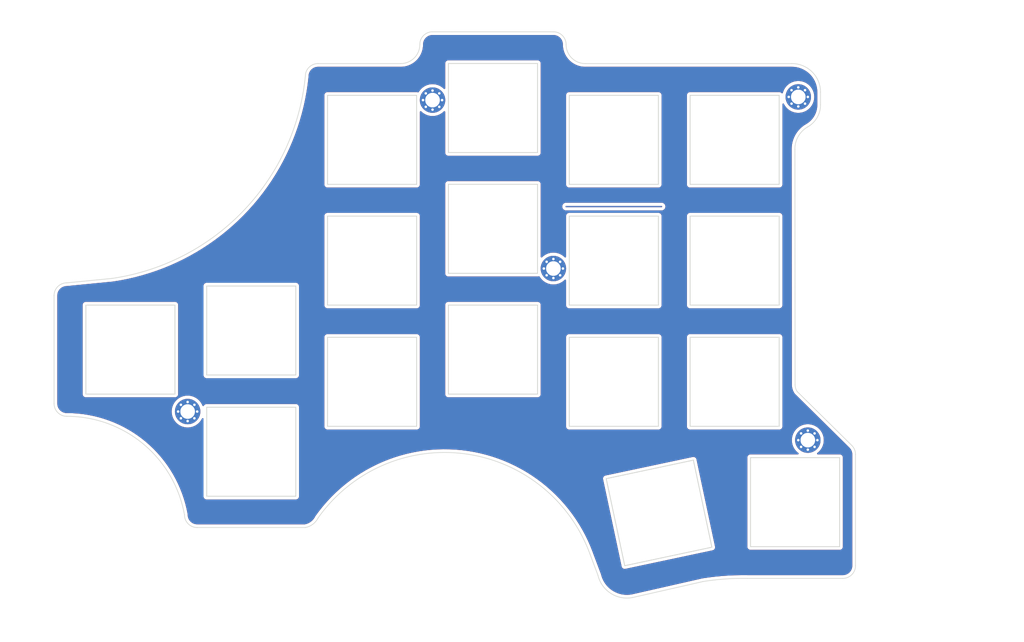
<source format=kicad_pcb>
(kicad_pcb (version 20211014) (generator pcbnew)
  (title_block (title "The Sephirette") (date "2022-01-02") (rev "1"))
  (layers (0 "F.Cu" signal) (31 "B.Cu" signal) (34 "B.Paste" user) (35 "F.Paste" user) (36 "B.SilkS" user "B.Silkscreen") (37 "F.SilkS" user "F.Silkscreen") (38 "B.Mask" user) (39 "F.Mask" user) (44 "Edge.Cuts" user))
  (net 0 "")
  (net 1 "gnd")
  (footprint "art:empty-switch-cutout" (layer "F.Cu") (at 80.5 86)
    (fp_text reference "SW15" hide)
    (fp_text value "SW_Push" hide)
    (fp_line (start 7 7) (end 7 -7) (layer "Edge.Cuts") (width 0.12))
    (fp_line (start -7 7) (end 7 7) (layer "Edge.Cuts") (width 0.12))
    (fp_line (start 7 -7) (end -7 -7) (layer "Edge.Cuts") (width 0.12))
    (fp_line (start -7 -7) (end -7 7) (layer "Edge.Cuts") (width 0.12))
  )
  (footprint "art:empty-switch-cutout" (layer "F.Cu") (at 99.5 102.08)
    (fp_text reference "SW15" hide)
    (fp_text value "SW_Push" hide)
    (fp_line (start -7 7) (end 7 7) (layer "Edge.Cuts") (width 0.12))
    (fp_line (start -7 -7) (end -7 7) (layer "Edge.Cuts") (width 0.12))
    (fp_line (start 7 7) (end 7 -7) (layer "Edge.Cuts") (width 0.12))
    (fp_line (start 7 -7) (end -7 -7) (layer "Edge.Cuts") (width 0.12))
  )
  (footprint "art:empty-switch-cutout" (layer "F.Cu") (at 163.611285 111.7 12)
    (fp_text reference "SW15" hide)
    (fp_text value "SW_Push" hide)
    (fp_line (start 7 7) (end 7 -7) (layer "Edge.Cuts") (width 0.12))
    (fp_line (start -7 -7) (end -7 7) (layer "Edge.Cuts") (width 0.12))
    (fp_line (start -7 7) (end 7 7) (layer "Edge.Cuts") (width 0.12))
    (fp_line (start 7 -7) (end -7 -7) (layer "Edge.Cuts") (width 0.12))
  )
  (footprint "art:empty-switch-cutout" (layer "F.Cu") (at 156.5 53)
    (fp_text reference "SW15" hide)
    (fp_text value "SW_Push" hide)
    (fp_line (start 7 7) (end 7 -7) (layer "Edge.Cuts") (width 0.12))
    (fp_line (start 7 -7) (end -7 -7) (layer "Edge.Cuts") (width 0.12))
    (fp_line (start -7 7) (end 7 7) (layer "Edge.Cuts") (width 0.12))
    (fp_line (start -7 -7) (end -7 7) (layer "Edge.Cuts") (width 0.12))
  )
  (footprint "art:empty-switch-cutout" (layer "F.Cu") (at 156.5 72)
    (fp_text reference "SW15" hide)
    (fp_text value "SW_Push" hide)
    (fp_line (start 7 7) (end 7 -7) (layer "Edge.Cuts") (width 0.12))
    (fp_line (start -7 -7) (end -7 7) (layer "Edge.Cuts") (width 0.12))
    (fp_line (start 7 -7) (end -7 -7) (layer "Edge.Cuts") (width 0.12))
    (fp_line (start -7 7) (end 7 7) (layer "Edge.Cuts") (width 0.12))
  )
  (footprint "art:empty-switch-cutout" (layer "F.Cu") (at 175.5 91.08)
    (fp_text reference "SW15" hide)
    (fp_text value "SW_Push" hide)
    (fp_line (start -7 -7) (end -7 7) (layer "Edge.Cuts") (width 0.12))
    (fp_line (start 7 7) (end 7 -7) (layer "Edge.Cuts") (width 0.12))
    (fp_line (start -7 7) (end 7 7) (layer "Edge.Cuts") (width 0.12))
    (fp_line (start 7 -7) (end -7 -7) (layer "Edge.Cuts") (width 0.12))
  )
  (footprint "art:empty-switch-cutout" (layer "F.Cu") (at 118.5 72)
    (fp_text reference "SW15" hide)
    (fp_text value "SW_Push" hide)
    (fp_line (start -7 -7) (end -7 7) (layer "Edge.Cuts") (width 0.12))
    (fp_line (start -7 7) (end 7 7) (layer "Edge.Cuts") (width 0.12))
    (fp_line (start 7 -7) (end -7 -7) (layer "Edge.Cuts") (width 0.12))
    (fp_line (start 7 7) (end 7 -7) (layer "Edge.Cuts") (width 0.12))
  )
  (footprint "art:empty-switch-cutout" (layer "F.Cu") (at 118.5 91.08)
    (fp_text reference "SW15" hide)
    (fp_text value "SW_Push" hide)
    (fp_line (start -7 7) (end 7 7) (layer "Edge.Cuts") (width 0.12))
    (fp_line (start 7 -7) (end -7 -7) (layer "Edge.Cuts") (width 0.12))
    (fp_line (start 7 7) (end 7 -7) (layer "Edge.Cuts") (width 0.12))
    (fp_line (start -7 -7) (end -7 7) (layer "Edge.Cuts") (width 0.12))
  )
  (footprint "art:empty-switch-cutout" (layer "F.Cu") (at 175.5 53)
    (fp_text reference "SW15" hide)
    (fp_text value "SW_Push" hide)
    (fp_line (start 7 7) (end 7 -7) (layer "Edge.Cuts") (width 0.12))
    (fp_line (start -7 7) (end 7 7) (layer "Edge.Cuts") (width 0.12))
    (fp_line (start 7 -7) (end -7 -7) (layer "Edge.Cuts") (width 0.12))
    (fp_line (start -7 -7) (end -7 7) (layer "Edge.Cuts") (width 0.12))
  )
  (footprint "kbd:M2_HOLE_v3" (layer "F.Cu") (at 185.5 46.25)
    (fp_text reference "Ref**" hide)
    (fp_text value "Val**" hide)
    (pad "1" thru_hole circle locked (at 1.06 -1.06) (size 0.5 0.5) (drill 0.4) (layers *.Cu *.Mask))
    (pad "1" thru_hole circle locked (at 0 -1.5) (size 0.5 0.5) (drill 0.4) (layers *.Cu *.Mask))
    (pad "1" thru_hole circle locked (at -1.5 0) (size 0.5 0.5) (drill 0.4) (layers *.Cu *.Mask))
    (pad "1" thru_hole circle locked (at 0 0) (size 4 4) (drill 2.3) (layers *.Cu *.Mask))
    (pad "1" thru_hole circle locked (at 0 1.5) (size 0.5 0.5) (drill 0.4) (layers *.Cu *.Mask))
    (pad "1" thru_hole circle locked (at -1.06 1.06) (size 0.5 0.5) (drill 0.4) (layers *.Cu *.Mask))
    (pad "1" thru_hole circle locked (at 1.5 0) (size 0.5 0.5) (drill 0.4) (layers *.Cu *.Mask))
    (pad "1" thru_hole circle locked (at -1.06 -1.06) (size 0.5 0.5) (drill 0.4) (layers *.Cu *.Mask))
    (pad "1" thru_hole circle locked (at 1.06 1.06) (size 0.5 0.5) (drill 0.4) (layers *.Cu *.Mask))
  )
  (footprint "art:empty-switch-cutout" (layer "F.Cu") (at 118.5 53)
    (fp_text reference "SW15" hide)
    (fp_text value "SW_Push" hide)
    (fp_line (start 7 7) (end 7 -7) (layer "Edge.Cuts") (width 0.12))
    (fp_line (start -7 -7) (end -7 7) (layer "Edge.Cuts") (width 0.12))
    (fp_line (start 7 -7) (end -7 -7) (layer "Edge.Cuts") (width 0.12))
    (fp_line (start -7 7) (end 7 7) (layer "Edge.Cuts") (width 0.12))
  )
  (footprint "art:empty-switch-cutout" (layer "F.Cu") (at 137.5 86)
    (fp_text reference "SW15" hide)
    (fp_text value "SW_Push" hide)
    (fp_line (start 7 7) (end 7 -7) (layer "Edge.Cuts") (width 0.12))
    (fp_line (start -7 -7) (end -7 7) (layer "Edge.Cuts") (width 0.12))
    (fp_line (start 7 -7) (end -7 -7) (layer "Edge.Cuts") (width 0.12))
    (fp_line (start -7 7) (end 7 7) (layer "Edge.Cuts") (width 0.12))
  )
  (footprint "kbd:M2_HOLE_v3" (layer "F.Cu") (at 128 46.75)
    (fp_text reference "Ref**" hide)
    (fp_text value "Val**" hide)
    (pad "1" thru_hole circle locked (at 1.06 -1.06) (size 0.5 0.5) (drill 0.4) (layers *.Cu *.Mask))
    (pad "1" thru_hole circle locked (at 0 1.5) (size 0.5 0.5) (drill 0.4) (layers *.Cu *.Mask))
    (pad "1" thru_hole circle locked (at 0 -1.5) (size 0.5 0.5) (drill 0.4) (layers *.Cu *.Mask))
    (pad "1" thru_hole circle locked (at -1.5 0) (size 0.5 0.5) (drill 0.4) (layers *.Cu *.Mask))
    (pad "1" thru_hole circle locked (at -1.06 -1.06) (size 0.5 0.5) (drill 0.4) (layers *.Cu *.Mask))
    (pad "1" thru_hole circle locked (at -1.06 1.06) (size 0.5 0.5) (drill 0.4) (layers *.Cu *.Mask))
    (pad "1" thru_hole circle locked (at 0 0) (size 4 4) (drill 2.3) (layers *.Cu *.Mask))
    (pad "1" thru_hole circle locked (at 1.06 1.06) (size 0.5 0.5) (drill 0.4) (layers *.Cu *.Mask))
    (pad "1" thru_hole circle locked (at 1.5 0) (size 0.5 0.5) (drill 0.4) (layers *.Cu *.Mask))
  )
  (footprint "art:empty-switch-cutout" (layer "F.Cu") (at 175.5 72)
    (fp_text reference "SW15" hide)
    (fp_text value "SW_Push" hide)
    (fp_line (start 7 -7) (end -7 -7) (layer "Edge.Cuts") (width 0.12))
    (fp_line (start -7 -7) (end -7 7) (layer "Edge.Cuts") (width 0.12))
    (fp_line (start 7 7) (end 7 -7) (layer "Edge.Cuts") (width 0.12))
    (fp_line (start -7 7) (end 7 7) (layer "Edge.Cuts") (width 0.12))
  )
  (footprint "kbd:M2_HOLE_v3" (layer "F.Cu") (at 187 100.25)
    (fp_text reference "Ref**" hide)
    (fp_text value "Val**" hide)
    (pad "1" thru_hole circle locked (at 0 -1.5) (size 0.5 0.5) (drill 0.4) (layers *.Cu *.Mask))
    (pad "1" thru_hole circle locked (at 1.06 1.06) (size 0.5 0.5) (drill 0.4) (layers *.Cu *.Mask))
    (pad "1" thru_hole circle locked (at -1.5 0) (size 0.5 0.5) (drill 0.4) (layers *.Cu *.Mask))
    (pad "1" thru_hole circle locked (at -1.06 -1.06) (size 0.5 0.5) (drill 0.4) (layers *.Cu *.Mask))
    (pad "1" thru_hole circle locked (at 1.06 -1.06) (size 0.5 0.5) (drill 0.4) (layers *.Cu *.Mask))
    (pad "1" thru_hole circle locked (at -1.06 1.06) (size 0.5 0.5) (drill 0.4) (layers *.Cu *.Mask))
    (pad "1" thru_hole circle locked (at 0 0) (size 4 4) (drill 2.3) (layers *.Cu *.Mask))
    (pad "1" thru_hole circle locked (at 1.5 0) (size 0.5 0.5) (drill 0.4) (layers *.Cu *.Mask))
    (pad "1" thru_hole circle locked (at 0 1.5) (size 0.5 0.5) (drill 0.4) (layers *.Cu *.Mask))
  )
  (footprint "kbd:M2_HOLE_v3" (layer "F.Cu") (at 89.5 95.75)
    (fp_text reference "Ref**" hide)
    (fp_text value "Val**" hide)
    (pad "1" thru_hole circle locked (at -1.5 0) (size 0.5 0.5) (drill 0.4) (layers *.Cu *.Mask))
    (pad "1" thru_hole circle locked (at 0 0) (size 4 4) (drill 2.3) (layers *.Cu *.Mask))
    (pad "1" thru_hole circle locked (at 1.06 1.06) (size 0.5 0.5) (drill 0.4) (layers *.Cu *.Mask))
    (pad "1" thru_hole circle locked (at 0 1.5) (size 0.5 0.5) (drill 0.4) (layers *.Cu *.Mask))
    (pad "1" thru_hole circle locked (at 1.5 0) (size 0.5 0.5) (drill 0.4) (layers *.Cu *.Mask))
    (pad "1" thru_hole circle locked (at 1.06 -1.06) (size 0.5 0.5) (drill 0.4) (layers *.Cu *.Mask))
    (pad "1" thru_hole circle locked (at -1.06 1.06) (size 0.5 0.5) (drill 0.4) (layers *.Cu *.Mask))
    (pad "1" thru_hole circle locked (at 0 -1.5) (size 0.5 0.5) (drill 0.4) (layers *.Cu *.Mask))
    (pad "1" thru_hole circle locked (at -1.06 -1.06) (size 0.5 0.5) (drill 0.4) (layers *.Cu *.Mask))
  )
  (footprint "art:empty-switch-cutout" (layer "F.Cu") (at 185 110)
    (fp_text reference "SW15" hide)
    (fp_text value "SW_Push" hide)
    (fp_line (start 7 7) (end 7 -7) (layer "Edge.Cuts") (width 0.12))
    (fp_line (start 7 -7) (end -7 -7) (layer "Edge.Cuts") (width 0.12))
    (fp_line (start -7 7) (end 7 7) (layer "Edge.Cuts") (width 0.12))
    (fp_line (start -7 -7) (end -7 7) (layer "Edge.Cuts") (width 0.12))
  )
  (footprint "kbd:M2_HOLE_v3" (layer "F.Cu") (at 147 73.25)
    (fp_text reference "Ref**" hide)
    (fp_text value "Val**" hide)
    (pad "1" thru_hole circle locked (at 1.06 -1.06) (size 0.5 0.5) (drill 0.4) (layers *.Cu *.Mask))
    (pad "1" thru_hole circle locked (at -1.06 1.06) (size 0.5 0.5) (drill 0.4) (layers *.Cu *.Mask))
    (pad "1" thru_hole circle locked (at 1.06 1.06) (size 0.5 0.5) (drill 0.4) (layers *.Cu *.Mask))
    (pad "1" thru_hole circle locked (at -1.06 -1.06) (size 0.5 0.5) (drill 0.4) (layers *.Cu *.Mask))
    (pad "1" thru_hole circle locked (at 0 -1.5) (size 0.5 0.5) (drill 0.4) (layers *.Cu *.Mask))
    (pad "1" thru_hole circle locked (at 0 1.5) (size 0.5 0.5) (drill 0.4) (layers *.Cu *.Mask))
    (pad "1" thru_hole circle locked (at 0 0) (size 4 4) (drill 2.3) (layers *.Cu *.Mask))
    (pad "1" thru_hole circle locked (at -1.5 0) (size 0.5 0.5) (drill 0.4) (layers *.Cu *.Mask))
    (pad "1" thru_hole circle locked (at 1.5 0) (size 0.5 0.5) (drill 0.4) (layers *.Cu *.Mask))
  )
  (footprint "art:empty-switch-cutout" (layer "F.Cu") (at 156.5 91.08)
    (fp_text reference "SW15" hide)
    (fp_text value "SW_Push" hide)
    (fp_line (start -7 7) (end 7 7) (layer "Edge.Cuts") (width 0.12))
    (fp_line (start 7 -7) (end -7 -7) (layer "Edge.Cuts") (width 0.12))
    (fp_line (start 7 7) (end 7 -7) (layer "Edge.Cuts") (width 0.12))
    (fp_line (start -7 -7) (end -7 7) (layer "Edge.Cuts") (width 0.12))
  )
  (footprint "art:empty-switch-cutout" (layer "F.Cu") (at 137.5 48)
    (fp_text reference "SW15" hide)
    (fp_text value "SW_Push" hide)
    (fp_line (start -7 7) (end 7 7) (layer "Edge.Cuts") (width 0.12))
    (fp_line (start 7 -7) (end -7 -7) (layer "Edge.Cuts") (width 0.12))
    (fp_line (start 7 7) (end 7 -7) (layer "Edge.Cuts") (width 0.12))
    (fp_line (start -7 -7) (end -7 7) (layer "Edge.Cuts") (width 0.12))
  )
  (footprint "art:empty-switch-cutout" (layer "F.Cu") (at 99.5 83)
    (fp_text reference "SW15" hide)
    (fp_text value "SW_Push" hide)
    (fp_line (start -7 -7) (end -7 7) (layer "Edge.Cuts") (width 0.12))
    (fp_line (start 7 7) (end 7 -7) (layer "Edge.Cuts") (width 0.12))
    (fp_line (start -7 7) (end 7 7) (layer "Edge.Cuts") (width 0.12))
    (fp_line (start 7 -7) (end -7 -7) (layer "Edge.Cuts") (width 0.12))
  )
  (footprint "art:empty-switch-cutout" (layer "F.Cu") (at 137.5 67)
    (fp_text reference "SW15" hide)
    (fp_text value "SW_Push" hide)
    (fp_line (start 7 7) (end 7 -7) (layer "Edge.Cuts") (width 0.12))
    (fp_line (start -7 7) (end 7 7) (layer "Edge.Cuts") (width 0.12))
    (fp_line (start -7 -7) (end -7 7) (layer "Edge.Cuts") (width 0.12))
    (fp_line (start 7 -7) (end -7 -7) (layer "Edge.Cuts") (width 0.12))
  )
  (gr_line (start 149 63.5) (end 164 63.5) (layer "F.Cu") (width 0.2))
  (gr_line (start 164 63.5) (end 149 63.5) (layer "B.Cu") (width 0.2))
  (gr_line (start 193.914214 101.085786) (end 185.335899 92.6094) (layer "Edge.Cuts") (width 0.1))
  (gr_line (start 131 36) (end 128 36) (layer "Edge.Cuts") (width 0.1))
  (gr_arc (start 108 43) (mid 108.585786 41.585786) (end 110 41) (layer "Edge.Cuts") (width 0.1))
  (gr_arc (start 70.5 96.5) (mid 82.567518 100.887156) (end 89 112) (layer "Edge.Cuts") (width 0.1))
  (gr_line (start 77.609825 74.804244) (end 70.5 75.5) (layer "Edge.Cuts") (width 0.1))
  (gr_arc (start 184.5 41) (mid 187.68198 42.31802) (end 189 45.5) (layer "Edge.Cuts") (width 0.1))
  (gr_line (start 68.5 94.5) (end 68.5 77.5) (layer "Edge.Cuts") (width 0.1))
  (gr_line (start 147 36) (end 131 36) (layer "Edge.Cuts") (width 0.1))
  (gr_arc (start 110 112.5) (mid 133.055525 102.397309) (end 152.7247 118.105434) (layer "Edge.Cuts") (width 0.1))
  (gr_arc (start 91 114) (mid 89.585786 113.414214) (end 89 112) (layer "Edge.Cuts") (width 0.1))
  (gr_arc (start 193.914214 101.085786) (mid 194.347759 101.734633) (end 194.5 102.5) (layer "Edge.Cuts") (width 0.1))
  (gr_arc (start 126 38) (mid 125.12132 40.12132) (end 123 41) (layer "Edge.Cuts") (width 0.1))
  (gr_line (start 189 47.492293) (end 189 45.5) (layer "Edge.Cuts") (width 0.1))
  (gr_arc (start 70.5 96.5) (mid 69.085786 95.914214) (end 68.5 94.5) (layer "Edge.Cuts") (width 0.1))
  (gr_arc (start 147 36) (mid 148.414214 36.585786) (end 149 38) (layer "Edge.Cuts") (width 0.1))
  (gr_arc (start 107.999999 43) (mid 98.29083 64.144127) (end 77.609825 74.804244) (layer "Edge.Cuts") (width 0.1))
  (gr_arc (start 68.5 77.5) (mid 69.085786 76.085786) (end 70.5 75.5) (layer "Edge.Cuts") (width 0.1))
  (gr_arc (start 189 47.492293) (mid 188.460005 49.500212) (end 186.984556 50.965266) (layer "Edge.Cuts") (width 0.1))
  (gr_arc (start 126 38) (mid 126.585786 36.585786) (end 128 36) (layer "Edge.Cuts") (width 0.1))
  (gr_arc (start 152 41) (mid 149.87868 40.12132) (end 149 38) (layer "Edge.Cuts") (width 0.1))
  (gr_arc (start 185.335899 92.6094) (mid 185.085791 92.079576) (end 185 91.5) (layer "Edge.Cuts") (width 0.1))
  (gr_arc (start 159.5 125) (mid 156.040103 124.365553) (end 154 121.5) (layer "Edge.Cuts") (width 0.1))
  (gr_line (start 185 91.5) (end 184.969112 54.5) (layer "Edge.Cuts") (width 0.1))
  (gr_line (start 159.5 125) (end 170.5 122.5) (layer "Edge.Cuts") (width 0.1))
  (gr_line (start 152.7247 118.105434) (end 154 121.5) (layer "Edge.Cuts") (width 0.1))
  (gr_arc (start 194.5 120) (mid 193.914214 121.414214) (end 192.5 122) (layer "Edge.Cuts") (width 0.1))
  (gr_line (start 152 41) (end 184.5 41) (layer "Edge.Cuts") (width 0.1))
  (gr_line (start 91 114) (end 108 114) (layer "Edge.Cuts") (width 0.1))
  (gr_line (start 192.5 122) (end 177.5 122) (layer "Edge.Cuts") (width 0.1))
  (gr_line (start 123 41) (end 110 41) (layer "Edge.Cuts") (width 0.1))
  (gr_arc (start 184.969112 54.5) (mid 185.494166 52.457424) (end 186.984556 50.965266) (layer "Edge.Cuts") (width 0.1))
  (gr_arc (start 170.5 122.5) (mid 173.989253 122.099546) (end 177.5 122) (layer "Edge.Cuts") (width 0.1))
  (gr_line (start 194.5 120) (end 194.5 102.5) (layer "Edge.Cuts") (width 0.1))
  (gr_arc (start 109.999999 112.5) (mid 109.17705 113.486068) (end 108 114) (layer "Edge.Cuts") (width 0.1))
  (zone (net 1) (net_name "gnd") (layer "F.Cu") (connect_pads (clearance 0.508)) (min_thickness 0.254) (fill yes (thermal_gap 0.508) (thermal_bridge_width 0.508) (island_removal_mode 1) (island_area_min 0))
    (polygon (pts (xy 221 131) (xy 61 131) (xy 61 31) (xy 221 31)))
  )
  (zone (net 1) (net_name "gnd") (layer "B.Cu") (connect_pads (clearance 0.508)) (min_thickness 0.254) (fill yes (thermal_gap 0.508) (thermal_bridge_width 0.508) (island_removal_mode 1) (island_area_min 0))
    (polygon (pts (xy 220 132) (xy 60 132) (xy 60 32) (xy 220 32)))
  )
)
</source>
